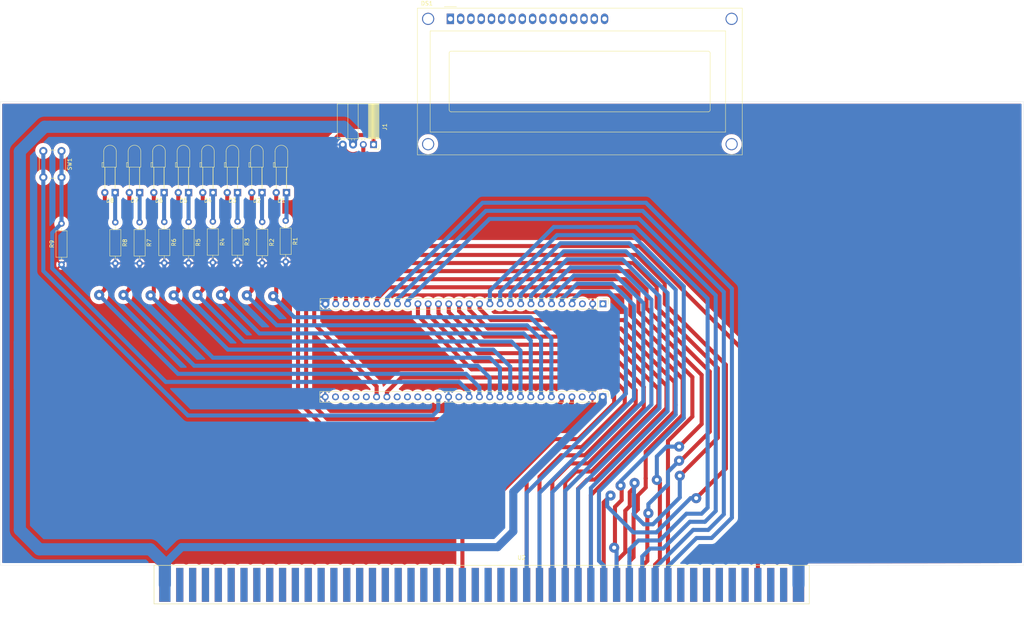
<source format=kicad_pcb>
(kicad_pcb (version 20241229) (generator "pcbnew") (generator_version "9.0")
  (layers (0 "F.Cu" signal) (2 "B.Cu" signal) (13 "F.Paste" user) (15 "B.Paste" user) (5 "F.SilkS" user "F.Silkscreen") (7 "B.SilkS" user "B.Silkscreen") (1 "F.Mask" user) (3 "B.Mask" user) (25 "Edge.Cuts" user))
  (net 0 "")
  (net 1 "GND")
  (net 2 "Net-(U1A-9)")
  (net 3 "Net-(U1A-22)")
  (net 5 "Net-(U1A-23)")
  (net 6 "Net-(U1A-13)")
  (net 7 "Net-(U1A-12)")
  (net 8 "Net-(D4-A)")
  (net 9 "Net-(U1A-21)")
  (net 10 "Net-(U1A-8)")
  (net 11 "Net-(U1A-30{slash}A14)")
  (net 13 "Net-(U1A-6)")
  (net 14 "Net-(U1A-0)")
  (net 15 "Net-(U1A-5)")
  (net 16 "Net-(U1A-31{slash}A13)")
  (net 18 "Net-(U1A-16)")
  (net 20 "Net-(U1A-10)")
  (net 21 "Net-(D6-A)")
  (net 22 "Net-(D5-A)")
  (net 24 "Net-(U1A-17)")
  (net 25 "Net-(U1A-1)")
  (net 26 "Net-(U1A-7)")
  (net 27 "Net-(U1A-19)")
  (net 30 "Net-(D1-A)")
  (net 31 "Net-(U1A-18)")
  (net 32 "Net-(U1A-14)")
  (net 34 "Net-(U1A-11)")
  (net 35 "+5V")
  (net 37 "Net-(D2-A)")
  (net 38 "Net-(D7-A)")
  (net 39 "Net-(U1A-3)")
  (net 40 "Net-(D8-A)")
  (net 42 "Net-(U1A-20)")
  (net 43 "Net-(U1A-15)")
  (net 44 "Net-(U1A-2)")
  (net 45 "Net-(U1A-4)")
  (net 46 "Net-(D3-A)")
  (net 117 "Net-(D8-K)")
  (net 118 "Net-(D1-K)")
  (net 119 "Net-(D2-K)")
  (net 120 "Net-(D3-K)")
  (net 121 "Net-(D4-K)")
  (net 122 "Net-(D5-K)")
  (net 123 "Net-(D6-K)")
  (net 124 "Net-(D7-K)")
  (net 125 "Net-(U1A-36{slash}A8)")
  (net 142 "+3.3V")
  (net 143 "Net-(J1-Pin_1)")
  (net 144 "Net-(J1-Pin_2)")
  (footprint "Resistor_THT:R_Axial_DIN0207_L6.3mm_D2.5mm_P10.16mm_Horizontal" (layer "F.Cu") (at 60.70142 67.7193 -90)
    (property "Reference" "R6")
    (property "Value" "670")
  )
  (footprint "Resistor_THT:R_Axial_DIN0207_L6.3mm_D2.5mm_P10.16mm_Horizontal" (layer "F.Cu") (at 84.90142 67.7193 -90)
    (property "Reference" "R2")
    (property "Value" "670")
  )
  (footprint "LED_THT:LED_D3.0mm_Horizontal_O6.35mm_Z10.0mm" (layer "F.Cu") (at 60.65142 60.4743 180)
    (property "Reference" "D6")
    (property "Value" "LED")
  )
  (footprint "Resistor_THT:R_Axial_DIN0207_L6.3mm_D2.5mm_P10.16mm_Horizontal" (layer "F.Cu") (at 66.70142 67.7193 -90)
    (property "Reference" "R5")
    (property "Value" "670")
  )
  (footprint "Connector_PinSocket_2.54mm:PinSocket_1x04_P2.54mm_Horizontal" (layer "F.Cu") (at 112.42142 48.5993 -90)
    (property "Reference" "J1")
    (property "Value" "Conn_01x04_Male")
  )
  (footprint "Display:WC1602A" (layer "F.Cu") (at 131.40052 17.4993)
    (property "Reference" "DS1")
    (property "Value" "WC1602A")
  )
  (footprint "S_Connectors:s100" (layer "F.Cu") (at 58.172863 162.1983)
    (property "Reference" "U2")
    (property "Value" "~" (hide yes))
  )
  (footprint "Resistor_THT:R_Axial_DIN0207_L6.3mm_D2.5mm_P10.16mm_Horizontal" (layer "F.Cu") (at 78.80142 67.6193 -90)
    (property "Reference" "R3")
    (property "Value" "670")
  )
  (footprint "fubarino:fubarino_sd" (layer "F.Cu") (at 168.102863 88.3993 -90)
    (property "Reference" "U1" (hide yes))
    (property "Value" "fubarino_sd")
  )
  (footprint "Resistor_THT:R_Axial_DIN0207_L6.3mm_D2.5mm_P10.16mm_Horizontal" (layer "F.Cu") (at 72.70142 67.6193 -90)
    (property "Reference" "R4")
    (property "Value" "670")
  )
  (footprint "LED_THT:LED_D3.0mm_Horizontal_O6.35mm_Z10.0mm" (layer "F.Cu") (at 84.85142 60.4743 180)
    (property "Reference" "D2")
    (property "Value" "LED")
  )
  (footprint "Resistor_THT:R_Axial_DIN0207_L6.3mm_D2.5mm_P10.16mm_Horizontal" (layer "F.Cu") (at 48.60142 67.8193 -90)
    (property "Reference" "R8")
    (property "Value" "670")
  )
  (footprint "LED_THT:LED_D3.0mm_Horizontal_O6.35mm_Z10.0mm" (layer "F.Cu") (at 90.90142 60.4743 180)
    (property "Reference" "D1")
    (property "Value" "LED")
  )
  (footprint "LED_THT:LED_D3.0mm_Horizontal_O6.35mm_Z10.0mm" (layer "F.Cu") (at 66.70142 60.4743 180)
    (property "Reference" "D5")
    (property "Value" "LED")
  )
  (footprint "LED_THT:LED_D3.0mm_Horizontal_O6.35mm_Z10.0mm" (layer "F.Cu") (at 54.60142 60.4743 180)
    (property "Reference" "D7")
    (property "Value" "LED")
  )
  (footprint "Resistor_THT:R_Axial_DIN0207_L6.3mm_D2.5mm_P10.16mm_Horizontal" (layer "F.Cu") (at 35.30142 78.2793 90)
    (property "Reference" "R9")
    (property "Value" "1000")
  )
  (footprint "Resistor_THT:R_Axial_DIN0207_L6.3mm_D2.5mm_P10.16mm_Horizontal" (layer "F.Cu") (at 90.70142 67.4193 -90)
    (property "Reference" "R1")
    (property "Value" "670")
  )
  (footprint "Resistor_THT:R_Axial_DIN0207_L6.3mm_D2.5mm_P10.16mm_Horizontal" (layer "F.Cu") (at 54.60142 67.8193 -90)
    (property "Reference" "R7")
    (property "Value" "670")
  )
  (footprint "LED_THT:LED_D3.0mm_Horizontal_O6.35mm_Z10.0mm" (layer "F.Cu") (at 72.75142 60.4743 180)
    (property "Reference" "D4")
    (property "Value" "LED")
  )
  (footprint "Button_Switch_THT:SW_PUSH_6mm_H5mm" (layer "F.Cu") (at 35.30142 50.1993 -90)
    (property "Reference" "SW1")
    (property "Value" "SW_Push")
  )
  (footprint "LED_THT:LED_D3.0mm_Horizontal_O6.35mm_Z10.0mm" (layer "F.Cu") (at 78.80142 60.4743 180)
    (property "Reference" "D3")
    (property "Value" "LED")
  )
  (footprint "LED_THT:LED_D3.0mm_Horizontal_O6.35mm_Z10.0mm" (layer "F.Cu") (at 48.55142 60.4743 180)
    (property "Reference" "D8")
    (property "Value" "LED")
  )
  (gr_line (start 220.047863 152.6993) (end 220.047863 162.1993) (stroke (width 0.05)) (layer "Edge.Cuts"))
  (gr_line (start 20.147863 152.5993) (end 20.147863 37.9993) (stroke (width 0.05)) (layer "Edge.Cuts"))
  (gr_line (start 58.147863 152.5993) (end 58.147863 162.1993) (stroke (width 0.05)) (layer "Edge.Cuts"))
  (gr_line (start 58.147863 162.1993) (end 220.047863 162.1993) (stroke (width 0.05)) (layer "Edge.Cuts"))
  (gr_line (start 58.147863 152.5993) (end 20.147863 152.5993) (stroke (width 0.05)) (layer "Edge.Cuts"))
  (gr_line (start 220.047863 152.6993) (end 273.147863 152.5993) (stroke (width 0.05)) (layer "Edge.Cuts"))
  (gr_line (start 273.147863 152.5993) (end 273.047863 37.9993) (stroke (width 0.05)) (layer "Edge.Cuts"))
  (gr_line (start 20.147863 37.9993) (end 273.047863 37.9993) (stroke (width 0.05)) (layer "Edge.Cuts"))
  (segment (start 56.25142 82.1493) (end 49.95142 82.1493) (width 2) (layer "B.Cu") (net 1))
  (segment (start 179.5246 58.0993) (end 126.80142 58.0993) (width 3) (layer "B.Cu") (net 1))
  (segment (start 126.80142 58.0993) (end 107.40142 58.0993) (width 3) (layer "B.Cu") (net 1))
  (segment (start 75.15142 82.1493) (end 68.75142 82.1493) (width 2) (layer "B.Cu") (net 1))
  (segment (start 124.384863 60.4873) (end 124.41342 60.4873) (width 2) (layer "B.Cu") (net 1))
  (segment (start 75.15142 82.1493) (end 72.70142 79.6993) (width 1) (layer "B.Cu") (net 1))
  (segment (start 107.40142 58.0993) (end 104.80142 55.4993) (width 3) (layer "B.Cu") (net 1))
  (segment (start 217.430863 96.005563) (end 179.5246 58.0993) (width 3) (layer "B.Cu") (net 1))
  (segment (start 84.90142 79.3993) (end 84.90142 77.8793) (width 1) (layer "B.Cu") (net 1))
  (segment (start 81.15142 82.1493) (end 75.15142 82.1493) (width 2) (layer "B.Cu") (net 1))
  (segment (start 72.70142 79.6993) (end 72.70142 77.7793) (width 1) (layer "B.Cu") (net 1))
  (segment (start 68.75142 82.1493) (end 66.70142 80.0993) (width 1) (layer "B.Cu") (net 1))
  (segment (start 62.85142 82.1493) (end 60.70142 79.9993) (width 1) (layer "B.Cu") (net 1))
  (segment (start 62.85142 82.1493) (end 56.25142 82.1493) (width 2) (layer "B.Cu") (net 1))
  (segment (start 90.70142 82.1493) (end 102.722863 82.1493) (width 2) (layer "B.Cu") (net 1))
  (segment (start 124.41342 60.4873) (end 126.80142 58.0993) (width 2) (layer "B.Cu") (net 1))
  (segment (start 90.70142 77.5793) (end 90.70142 82.1493) (width 1) (layer "B.Cu") (net 1))
  (segment (start 81.15142 82.1493) (end 78.80142 79.7993) (width 1) (layer "B.Cu") (net 1))
  (segment (start 56.25142 82.1493) (end 54.60142 80.4993) (width 1) (layer "B.Cu") (net 1))
  (segment (start 124.384863 60.4873) (end 112.087142 72.785022) (width 2) (layer "B.Cu") (net 1))
  (segment (start 217.430863 157.4993) (end 217.430863 96.005563) (width 3) (layer "B.Cu") (net 1))
  (segment (start 60.70142 79.9993) (end 60.70142 77.8793) (width 1) (layer "B.Cu") (net 1))
  (segment (start 112.087142 72.785022) (end 103.122863 81.7493) (width 2) (layer "B.Cu") (net 1))
  (segment (start 48.60142 80.7993) (end 48.60142 77.9793) (width 1) (layer "B.Cu") (net 1))
  (segment (start 90.70142 82.1493) (end 87.65142 82.1493) (width 2) (layer "B.Cu") (net 1))
  (segment (start 104.80142 48.5993) (end 104.80142 51.1993) (width 2) (layer "B.Cu") (net 1))
  (segment (start 87.65142 82.1493) (end 84.90142 79.3993) (width 1) (layer "B.Cu") (net 1))
  (segment (start 87.65142 82.1493) (end 81.15142 82.1493) (width 2) (layer "B.Cu") (net 1))
  (segment (start 102.722863 82.1493) (end 103.122863 81.7493) (width 1) (layer "B.Cu") (net 1))
  (segment (start 54.60142 80.4993) (end 54.60142 77.9793) (width 1) (layer "B.Cu") (net 1))
  (segment (start 100.522863 84.3493) (end 100.522863 87.9993) (width 2) (layer "B.Cu") (net 1))
  (segment (start 49.95142 82.1493) (end 48.60142 80.7993) (width 1) (layer "B.Cu") (net 1))
  (segment (start 104.80142 55.4993) (end 104.80142 51.1993) (width 3) (layer "B.Cu") (net 1))
  (segment (start 66.70142 80.0993) (end 66.70142 77.8793) (width 1) (layer "B.Cu") (net 1))
  (segment (start 38.747156 82.1493) (end 35.30142 78.703564) (width 1) (layer "B.Cu") (net 1))
  (segment (start 78.80142 79.7993) (end 78.80142 77.7793) (width 1) (layer "B.Cu") (net 1))
  (segment (start 103.122863 81.7493) (end 100.522863 84.3493) (width 2) (layer "B.Cu") (net 1))
  (segment (start 102.422863 82.4493) (end 103.122863 81.7493) (width 1) (layer "B.Cu") (net 1))
  (segment (start 35.30142 78.703564) (end 35.30142 78.2793) (width 1) (layer "B.Cu") (net 1))
  (segment (start 68.75142 82.1493) (end 62.85142 82.1493) (width 2) (layer "B.Cu") (net 1))
  (segment (start 49.95142 82.1493) (end 38.747156 82.1493) (width 1) (layer "B.Cu") (net 1))
  (segment (start 188.80142 115.449792) (end 188.80142 106.538333) (width 1) (layer "F.Cu") (net 2))
  (segment (start 179.672863 133.428096) (end 179.672863 131.149092) (width 1) (layer "F.Cu") (net 2))
  (segment (start 177.73059 138.861916) (end 177.73059 135.37037) (width 1) (layer "F.Cu") (net 2))
  (segment (start 176.672863 139.919644) (end 177.73059 138.861916) (width 1) (layer "F.Cu") (net 2))
  (segment (start 141.420785 91.9993) (end 138.622863 89.201379) (width 1) (layer "F.Cu") (net 2))
  (segment (start 179.672863 131.149092) (end 179.671863 131.148092) (width 1) (layer "F.Cu") (net 2))
  (segment (start 179.671863 124.579349) (end 188.80142 115.449792) (width 1) (layer "F.Cu") (net 2))
  (segment (start 188.80142 106.538333) (end 174.262387 91.9993) (width 1) (layer "F.Cu") (net 2))
  (segment (start 175.647863 157.4993) (end 175.647863 151.6733) (width 1) (layer "F.Cu") (net 2))
  (segment (start 174.262387 91.9993) (end 141.420785 91.9993) (width 1) (layer "F.Cu") (net 2))
  (segment (start 175.647863 151.6733) (end 176.672863 150.6483) (width 1) (layer "F.Cu") (net 2))
  (segment (start 179.671863 131.148092) (end 179.671863 124.579349) (width 1) (layer "F.Cu") (net 2))
  (segment (start 177.73059 135.37037) (end 179.672863 133.428096) (width 1) (layer "F.Cu") (net 2))
  (segment (start 176.672863 150.6483) (end 176.672863 139.919644) (width 1) (layer "F.Cu") (net 2))
  (segment (start 138.622863 89.201379) (end 138.622863 87.9993) (width 1) (layer "F.Cu") (net 2))
  (segment (start 113.634259 77.8963) (end 176.529546 77.8963) (width 1) (layer "F.Cu") (net 3))
  (segment (start 172.472863 151.589802) (end 174.623863 149.438802) (width 1) (layer "F.Cu") (net 3))
  (segment (start 105.602863 87.9993) (end 105.602863 85.927695) (width 1) (layer "F.Cu") (net 3))
  (segment (start 176.921863 133.349256) (end 176.921863 132.288594) (width 1) (layer "F.Cu") (net 3))
  (segment (start 176.771757 132.4387) (end 176.921863 132.288594) (width 1) (layer "F.Cu") (net 3))
  (segment (start 182.372863 88.790409) (end 197.50042 103.917966) (width 1) (layer "F.Cu") (net 3))
  (segment (start 105.602863 85.927695) (end 113.634259 77.8963) (width 1) (layer "F.Cu") (net 3))
  (segment (start 172.472863 157.4993) (end 172.472863 151.589802) (width 1) (layer "F.Cu") (net 3))
  (segment (start 175.72959 134.541529) (end 176.921863 133.349256) (width 1) (layer "F.Cu") (net 3))
  (segment (start 182.372863 83.739617) (end 182.372863 88.790409) (width 1) (layer "F.Cu") (net 3))
  (segment (start 175.72959 138.033075) (end 175.72959 134.541529) (width 1) (layer "F.Cu") (net 3))
  (segment (start 197.50042 121.109823) (end 188.091903 130.51834) (width 1) (layer "F.Cu") (net 3))
  (segment (start 188.091903 130.51834) (end 188.313362 130.739799) (width 1) (layer "F.Cu") (net 3))
  (segment (start 176.529546 77.8963) (end 182.372863 83.739617) (width 1) (layer "F.Cu") (net 3))
  (segment (start 174.623863 149.438802) (end 174.623863 139.138802) (width 1) (layer "F.Cu") (net 3))
  (segment (start 197.50042 103.917966) (end 197.50042 121.109823) (width 1) (layer "F.Cu") (net 3))
  (segment (start 174.623863 139.138802) (end 175.72959 138.033075) (width 1) (layer "F.Cu") (net 3))
  (via (at 188.091903 130.51834) (size 2.5) (drill 1) (layers "F.Cu" "B.Cu") (net 3))
  (via (at 176.921863 132.288594) (size 2.5) (drill 1) (layers "F.Cu" "B.Cu") (net 3))
  (segment (start 179.190472 142.510528) (end 176.771757 140.091813) (width 1) (layer "B.Cu") (net 3))
  (segment (start 176.771757 140.091813) (end 176.771757 132.4387) (width 1) (layer "B.Cu") (net 3))
  (segment (start 188.091903 130.51834) (end 188.091903 135.888101) (width 1) (layer "B.Cu") (net 3))
  (segment (start 188.091903 135.888101) (end 181.469476 142.510528) (width 1) (layer "B.Cu") (net 3))
  (segment (start 181.469476 142.510528) (end 179.190472 142.510528) (width 1) (layer "B.Cu") (net 3))
  (segment (start 187.922863 130.68738) (end 188.091903 130.51834) (width 1) (layer "B.Cu") (net 3))
  (segment (start 176.771757 132.4387) (end 176.921863 132.288594) (width 1) (layer "B.Cu") (net 3))
  (segment (start 199.50142 103.089124) (end 199.50142 128.700336) (width 1) (layer "F.Cu") (net 5))
  (segment (start 169.297863 157.4993) (end 169.297863 137.082754) (width 1) (layer "F.Cu") (net 5))
  (segment (start 184.373863 87.961567) (end 199.50142 103.089124) (width 1) (layer "F.Cu") (net 5))
  (segment (start 199.50142 128.700336) (end 192.145286 136.05647) (width 1) (layer "F.Cu") (net 5))
  (segment (start 177.358388 75.8953) (end 184.373863 82.910776) (width 1) (layer "F.Cu") (net 5))
  (segment (start 112.805418 75.8953) (end 177.358388 75.8953) (width 1) (layer "F.Cu") (net 5))
  (segment (start 169.297863 137.082754) (end 170.97759 135.403027) (width 1) (layer "F.Cu") (net 5))
  (segment (start 103.062863 87.9993) (end 103.062863 85.637855) (width 1) (layer "F.Cu") (net 5))
  (segment (start 103.062863 85.637855) (end 112.805418 75.8953) (width 1) (layer "F.Cu") (net 5))
  (segment (start 184.373863 82.910776) (end 184.373863 87.961567) (width 1) (layer "F.Cu") (net 5))
  (via (at 170.97759 135.403027) (size 2.5) (drill 1) (layers "F.Cu" "B.Cu") (net 5))
  (via (at 192.145286 136.05647) (size 2.5) (drill 1) (layers "F.Cu" "B.Cu") (net 5))
  (segment (start 176.605249 144.511528) (end 170.146863 138.053142) (width 1) (layer "B.Cu") (net 5))
  (segment (start 190.753376 136.05647) (end 182.298317 144.511528) (width 1) (layer "B.Cu") (net 5))
  (segment (start 182.298317 144.511528) (end 176.605249 144.511528) (width 1) (layer "B.Cu") (net 5))
  (segment (start 170.146863 138.053142) (end 170.146863 136.233754) (width 1) (layer "B.Cu") (net 5))
  (segment (start 192.145286 136.05647) (end 190.753376 136.05647) (width 1) (layer "B.Cu") (net 5))
  (segment (start 170.146863 136.233754) (end 170.97759 135.403027) (width 1) (layer "B.Cu") (net 5))
  (segment (start 128.462863 90.360745) (end 138.30142 100.1993) (width 1) (layer "F.Cu") (net 6))
  (segment (start 179.20142 108.568173) (end 179.20142 113.730425) (width 1) (layer "F.Cu") (net 6))
  (segment (start 156.597863 131.8743) (end 156.597863 157.4993) (width 1) (layer "F.Cu") (net 6))
  (segment (start 128.462863 87.9993) (end 128.462863 90.360745) (width 1) (layer "F.Cu") (net 6))
  (segment (start 165.480545 127.4513) (end 161.020863 127.4513) (width 1) (layer "F.Cu") (net 6))
  (segment (start 179.20142 113.730425) (end 165.480545 127.4513) (width 1) (layer "F.Cu") (net 6))
  (segment (start 170.832547 100.1993) (end 179.20142 108.568173) (width 1) (layer "F.Cu") (net 6))
  (segment (start 161.020863 127.4513) (end 156.597863 131.8743) (width 1) (layer "F.Cu") (net 6))
  (segment (start 138.30142 100.1993) (end 170.832547 100.1993) (width 1) (layer "F.Cu") (net 6))
  (segment (start 171.874863 98.1013) (end 182.79842 109.024859) (width 1) (layer "F.Cu") (net 7))
  (segment (start 139.033262 98.1013) (end 171.874863 98.1013) (width 1) (layer "F.Cu") (net 7))
  (segment (start 131.002863 90.070903) (end 139.033262 98.1013) (width 1) (layer "F.Cu") (net 7))
  (segment (start 162.419863 129.4523) (end 159.772863 132.0993) (width 1) (layer "F.Cu") (net 7))
  (segment (start 182.79842 109.024859) (end 182.79842 112.963265) (width 1) (layer "F.Cu") (net 7))
  (segment (start 166.309385 129.4523) (end 162.419863 129.4523) (width 1) (layer "F.Cu") (net 7))
  (segment (start 131.002863 87.9993) (end 131.002863 90.070903) (width 1) (layer "F.Cu") (net 7))
  (segment (start 159.772863 132.0993) (end 159.772863 157.4993) (width 1) (layer "F.Cu") (net 7))
  (segment (start 182.79842 112.963265) (end 166.309385 129.4523) (width 1) (layer "F.Cu") (net 7))
  (segment (start 70.21142 84.4893) (end 70.21142 60.4743) (width 1) (layer "F.Cu") (net 8))
  (segment (start 68.90142 85.7993) (end 70.21142 84.4893) (width 1) (layer "F.Cu") (net 8))
  (via (at 68.90142 85.7993) (size 2.5) (drill 1) (layers "F.Cu" "B.Cu") (net 8))
  (segment (start 80.40442 97.3023) (end 68.90142 85.7993) (width 1) (layer "B.Cu") (net 8))
  (segment (start 148.732863 99.5593) (end 146.475863 97.3023) (width 1) (layer "B.Cu") (net 8))
  (segment (start 146.475863 97.3023) (end 80.40442 97.3023) (width 1) (layer "B.Cu") (net 8))
  (segment (start 148.732863 110.9993) (end 148.732863 99.5593) (width 1) (layer "B.Cu") (net 8))
  (segment (start 195.49942 119.612234) (end 195.49942 104.746808) (width 1) (layer "F.Cu") (net 9))
  (segment (start 188.313362 126.798292) (end 195.49942 119.612234) (width 1) (layer "F.Cu") (net 9))
  (segment (start 178.822863 152.819458) (end 178.822863 157.4993) (width 1) (layer "F.Cu") (net 9))
  (segment (start 108.142863 86.217537) (end 108.142863 87.9993) (width 1) (layer "F.Cu") (net 9))
  (segment (start 175.360384 79.8973) (end 114.463099 79.8973) (width 1) (layer "F.Cu") (net 9))
  (segment (start 114.463099 79.8973) (end 108.142863 86.217537) (width 1) (layer "F.Cu") (net 9))
  (segment (start 187.922863 126.798292) (end 188.313362 126.798292) (width 1) (layer "F.Cu") (net 9))
  (segment (start 179.874863 84.411778) (end 175.360384 79.8973) (width 1) (layer "F.Cu") (net 9))
  (segment (start 180.072863 140.016639) (end 180.329974 139.759528) (width 1) (layer "F.Cu") (net 9))
  (segment (start 195.49942 104.746808) (end 179.874863 89.122251) (width 1) (layer "F.Cu") (net 9))
  (segment (start 180.072863 151.569458) (end 180.072863 140.016639) (width 1) (layer "F.Cu") (net 9))
  (segment (start 180.072863 151.569458) (end 178.822863 152.819458) (width 1) (layer "F.Cu") (net 9))
  (segment (start 179.874863 89.122251) (end 179.874863 84.411778) (width 1) (layer "F.Cu") (net 9))
  (segment (start 187.922863 126.798292) (end 188.313362 127.188791) (width 1) (layer "F.Cu") (net 9))
  (via (at 187.922863 126.798292) (size 2.5) (drill 1) (layers "F.Cu" "B.Cu") (net 9))
  (via (at 180.329974 139.759528) (size 2.5) (drill 1) (layers "F.Cu" "B.Cu") (net 9))
  (segment (start 185.173863 129.547292) (end 187.922863 126.798292) (width 1) (layer "B.Cu") (net 9))
  (segment (start 180.329974 137.521777) (end 185.173863 132.677888) (width 1) (layer "B.Cu") (net 9))
  (segment (start 180.329974 139.759528) (end 180.329974 137.521777) (width 1) (layer "B.Cu") (net 9))
  (segment (start 185.173863 132.677888) (end 185.173863 129.547292) (width 1) (layer "B.Cu") (net 9))
  (segment (start 193.472863 139.8993) (end 194.972863 138.3993) (width 1) (layer "B.Cu") (net 10))
  (segment (start 177.859635 146.512528) (end 183.127158 146.512528) (width 1) (layer "B.Cu") (net 10))
  (segment (start 141.162863 84.768331) (end 141.162863 87.9993) (width 1) (layer "B.Cu") (net 10))
  (segment (start 156.939894 68.9913) (end 141.162863 84.768331) (width 1) (layer "B.Cu") (net 10))
  (segment (start 175.647863 157.4993) (end 175.647863 148.7243) (width 1) (layer "B.Cu") (net 10))
  (segment (start 186.128814 143.510873) (end 189.740386 139.8993) (width 1) (layer "B.Cu") (net 10))
  (segment (start 183.127158 146.512528) (end 186.128814 143.510873) (width 1) (layer "B.Cu") (net 10))
  (segment (start 177.243915 68.991302) (end 156.939894 68.9913) (width 1) (layer "B.Cu") (net 10))
  (segment (start 189.740386 139.8993) (end 193.472863 139.8993) (width 1) (layer "B.Cu") (net 10))
  (segment (start 175.647863 148.7243) (end 177.859635 146.512528) (width 1) (layer "B.Cu") (net 10))
  (segment (start 194.972863 86.72025) (end 177.243915 68.991302) (width 1) (layer "B.Cu") (net 10))
  (segment (start 194.972863 138.3993) (end 194.972863 86.72025) (width 1) (layer "B.Cu") (net 10))
  (segment (start 97.75142 86.6493) (end 110.70242 73.6983) (width 1) (layer "F.Cu") (net 11))
  (segment (start 207.397863 103.104933) (end 207.397863 157.4993) (width 1) (layer "F.Cu") (net 11))
  (segment (start 177.99123 73.6983) (end 207.397863 103.104933) (width 1) (layer "F.Cu") (net 11))
  (segment (start 97.75142 92.977858) (end 101.137141 96.363579) (width 1) (layer "F.Cu") (net 11))
  (segment (start 113.172863 110.9993) (end 113.172863 108.3993) (width 1) (layer "F.Cu") (net 11))
  (segment (start 97.75142 86.6493) (end 97.75142 92.977858) (width 1) (layer "F.Cu") (net 11))
  (segment (start 113.172863 108.3993) (end 101.137141 96.363579) (width 1) (layer "F.Cu") (net 11))
  (segment (start 110.70242 73.6983) (end 177.99123 73.6983) (width 1) (layer "F.Cu") (net 11))
  (segment (start 169.297863 152.7243) (end 169.297863 157.4993) (width 1) (layer "B.Cu") (net 13))
  (segment (start 175.586231 72.993301) (end 158.597576 72.9933) (width 1) (layer "B.Cu") (net 13))
  (segment (start 146.242863 85.348013) (end 146.242863 87.9993) (width 1) (layer "B.Cu") (net 13))
  (segment (start 187.077863 112.9993) (end 187.077863 84.484936) (width 1) (layer "B.Cu") (net 13))
  (segment (start 168.123863 151.5503) (end 169.297863 152.7243) (width 1) (layer "B.Cu") (net 13))
  (segment (start 168.123863 134.367665) (end 168.123863 151.5503) (width 1) (layer "B.Cu") (net 13))
  (segment (start 187.077863 115.413667) (end 168.123863 134.367665) (width 1) (layer "B.Cu") (net 13))
  (segment (start 158.597576 72.9933) (end 146.242863 85.348013) (width 1) (layer "B.Cu") (net 13))
  (segment (start 187.077863 112.9993) (end 187.077863 115.413667) (width 1) (layer "B.Cu") (net 13))
  (segment (start 187.077863 84.484936) (end 175.586231 72.993301) (width 1) (layer "B.Cu") (net 13))
  (segment (start 163.698046 84.9993) (end 170.572863 84.9993) (width 1) (layer "B.Cu") (net 14))
  (segment (start 174.772863 89.1993) (end 174.772863 110.1993) (width 1) (layer "B.Cu") (net 14))
  (segment (start 170.572863 84.9993) (end 174.772863 89.1993) (width 1) (layer "B.Cu") (net 14))
  (segment (start 161.482863 87.9993) (end 161.482863 87.214483) (width 1) (layer "B.Cu") (net 14))
  (segment (start 161.482863 87.214483) (end 163.698046 84.9993) (width 1) (layer "B.Cu") (net 14))
  (segment (start 150.247863 134.7243) (end 150.247863 157.4993) (width 1) (layer "B.Cu") (net 14))
  (segment (start 174.772863 110.1993) (end 150.247863 134.7243) (width 1) (layer "B.Cu") (net 14))
  (segment (start 166.122863 133.538823) (end 185.076863 114.584825) (width 1) (layer "B.Cu") (net 15))
  (segment (start 185.076863 114.584825) (end 185.076863 85.313777) (width 1) (layer "B.Cu") (net 15))
  (segment (start 148.782863 85.637854) (end 148.782863 87.9993) (width 1) (layer "B.Cu") (net 15))
  (segment (start 166.122863 157.4993) (end 166.122863 133.538823) (width 1) (layer "B.Cu") (net 15))
  (segment (start 185.076863 85.313777) (end 174.75739 74.994301) (width 1) (layer "B.Cu") (net 15))
  (segment (start 159.426418 74.9943) (end 148.782863 85.637854) (width 1) (layer "B.Cu") (net 15))
  (segment (start 174.75739 74.994301) (end 159.426418 74.9943) (width 1) (layer "B.Cu") (net 15))
  (segment (start 171.872221 112.5701) (end 162.994021 121.4483) (width 1) (layer "F.Cu") (net 16))
  (segment (start 115.712863 110.9993) (end 115.712863 109.797219) (width 1) (layer "F.Cu") (net 16))
  (segment (start 162.994021 121.4483) (end 157.094021 121.4483) (width 1) (layer "F.Cu") (net 16))
  (segment (start 115.712863 109.797219) (end 119.307782 106.2023) (width 1) (layer "F.Cu") (net 16))
  (segment (start 134.372863 144.169458) (end 134.372863 157.4993) (width 1) (layer "F.Cu") (net 16))
  (segment (start 119.307782 106.2023) (end 168.346021 106.2023) (width 1) (layer "F.Cu") (net 16))
  (segment (start 157.094021 121.4483) (end 134.372863 144.169458) (width 1) (layer "F.Cu") (net 16))
  (segment (start 168.346021 106.2023) (end 171.872221 109.7285) (width 1) (layer "F.Cu") (net 16))
  (segment (start 171.872221 109.7285) (end 171.872221 112.5701) (width 1) (layer "F.Cu") (net 16))
  (segment (start 178.822863 150.4493) (end 178.822863 157.4993) (width 1) (layer "B.Cu") (net 18))
  (segment (start 180.758635 148.513528) (end 178.822863 150.4493) (width 1) (layer "B.Cu") (net 18))
  (segment (start 178.072755 66.9903) (end 196.973863 85.891409) (width 1) (layer "B.Cu") (net 18))
  (segment (start 141.067046 66.9903) (end 178.072755 66.9903) (width 1) (layer "B.Cu") (net 18))
  (segment (start 194.301704 141.9003) (end 190.569227 141.9003) (width 1) (layer "B.Cu") (net 18))
  (segment (start 183.955999 148.513528) (end 180.758635 148.513528) (width 1) (layer "B.Cu") (net 18))
  (segment (start 190.569227 141.9003) (end 183.955999 148.513528) (width 1) (layer "B.Cu") (net 18))
  (segment (start 120.842863 87.214483) (end 141.067046 66.9903) (width 1) (layer "B.Cu") (net 18))
  (segment (start 120.842863 87.9993) (end 120.842863 87.214483) (width 1) (layer "B.Cu") (net 18))
  (segment (start 196.973863 85.891409) (end 196.973863 139.228142) (width 1) (layer "B.Cu") (net 18))
  (segment (start 196.973863 139.228142) (end 194.301704 141.9003) (width 1) (layer "B.Cu") (net 18))
  (segment (start 186.80042 107.367175) (end 186.80042 114.620949) (width 1) (layer "F.Cu") (net 20))
  (segment (start 166.122863 135.298507) (end 166.122863 157.4993) (width 1) (layer "F.Cu") (net 20))
  (segment (start 136.082863 89.491221) (end 140.690944 94.0993) (width 1) (layer "F.Cu") (net 20))
  (segment (start 140.690944 94.0993) (end 173.532547 94.0993) (width 1) (layer "F.Cu") (net 20))
  (segment (start 136.082863 87.9993) (end 136.082863 89.491221) (width 1) (layer "F.Cu") (net 20))
  (segment (start 186.80042 114.620949) (end 166.122863 135.298507) (width 1) (layer "F.Cu") (net 20))
  (segment (start 173.532547 94.0993) (end 186.80042 107.367175) (width 1) (layer "F.Cu") (net 20))
  (segment (start 57.30142 85.8993) (end 58.11142 85.0893) (width 1) (layer "F.Cu") (net 21))
  (segment (start 58.11142 85.0893) (end 58.11142 60.4743) (width 1) (layer "F.Cu") (net 21))
  (via (at 57.30142 85.8993) (size 2.5) (drill 1) (layers "F.Cu" "B.Cu") (net 21))
  (segment (start 143.652863 110.9993) (end 143.652863 103.809142) (width 1) (layer "B.Cu") (net 21))
  (segment (start 141.148021 101.3043) (end 72.70642 101.3043) (width 1) (layer "B.Cu") (net 21))
  (segment (start 72.70642 101.3043) (end 57.30142 85.8993) (width 1) (layer "B.Cu") (net 21))
  (segment (start 143.652863 103.809142) (end 141.148021 101.3043) (width 1) (layer "B.Cu") (net 21))
  (segment (start 63.00142 85.8993) (end 64.16142 84.7393) (width 1) (layer "F.Cu") (net 22))
  (segment (start 64.16142 84.7393) (end 64.16142 60.4743) (width 1) (layer "F.Cu") (net 22))
  (via (at 63.00142 85.8993) (size 2.5) (drill 1) (layers "F.Cu" "B.Cu") (net 22))
  (segment (start 141.976863 99.3033) (end 76.40542 99.3033) (width 1) (layer "B.Cu") (net 22))
  (segment (start 76.40542 99.3033) (end 63.00142 85.8993) (width 1) (layer "B.Cu") (net 22))
  (segment (start 146.192863 110.9993) (end 146.192863 103.5193) (width 1) (layer "B.Cu") (net 22))
  (segment (start 146.192863 103.5193) (end 141.976863 99.3033) (width 1) (layer "B.Cu") (net 22))
  (segment (start 118.302863 86.8693) (end 118.302863 87.9993) (width 1) (layer "B.Cu") (net 24))
  (segment (start 140.182863 64.9893) (end 118.302863 86.8693) (width 1) (layer "B.Cu") (net 24))
  (segment (start 181.997863 153.301506) (end 191.398069 143.9013) (width 1) (layer "B.Cu") (net 24))
  (segment (start 198.974863 140.056983) (end 198.974863 85.062567) (width 1) (layer "B.Cu") (net 24))
  (segment (start 195.130545 143.9013) (end 198.974863 140.056983) (width 1) (layer "B.Cu") (net 24))
  (segment (start 181.997863 157.4993) (end 181.997863 153.301506) (width 1) (layer "B.Cu") (net 24))
  (segment (start 191.398069 143.9013) (end 195.130545 143.9013) (width 1) (layer "B.Cu") (net 24))
  (segment (start 198.974863 85.062567) (end 178.901596 64.9893) (width 1) (layer "B.Cu") (net 24))
  (segment (start 178.901596 64.9893) (end 140.182863 64.9893) (width 1) (layer "B.Cu") (net 24))
  (segment (start 158.942863 86.797219) (end 162.741782 82.9983) (width 1) (layer "B.Cu") (net 25))
  (segment (start 158.942863 87.9993) (end 158.942863 86.797219) (width 1) (layer "B.Cu") (net 25))
  (segment (start 176.773863 88.370459) (end 176.773863 111.3983) (width 1) (layer "B.Cu") (net 25))
  (segment (start 171.401705 82.9983) (end 176.773863 88.370459) (width 1) (layer "B.Cu") (net 25))
  (segment (start 162.741782 82.9983) (end 171.401705 82.9983) (width 1) (layer "B.Cu") (net 25))
  (segment (start 153.422863 134.7493) (end 153.422863 157.4993) (width 1) (layer "B.Cu") (net 25))
  (segment (start 176.773863 111.3983) (end 153.422863 134.7493) (width 1) (layer "B.Cu") (net 25))
  (segment (start 172.072863 138.198256) (end 173.72859 136.542529) (width 1) (layer "F.Cu") (net 26))
  (segment (start 172.072863 148.0993) (end 172.072863 138.198256) (width 1) (layer "F.Cu") (net 26))
  (segment (start 173.72859 133.204275) (end 173.452466 132.928151) (width 1) (layer "F.Cu") (net 26))
  (segment (start 171.872863 148.2993) (end 172.072863 148.0993) (width 1) (layer "F.Cu") (net 26))
  (segment (start 173.72859 136.542529) (end 173.72859 133.204275) (width 1) (layer "F.Cu") (net 26))
  (via (at 171.872863 148.2993) (size 2.5) (drill 1) (layers "F.Cu" "B.Cu") (net 26))
  (via (at 173.452466 132.928151) (size 2.5) (drill 1) (layers "F.Cu" "B.Cu") (net 26))
  (segment (start 173.452466 131.868904) (end 173.452466 132.928151) (width 1) (layer "B.Cu") (net 26))
  (segment (start 143.702863 87.9993) (end 143.702863 85.058172) (width 1) (layer "B.Cu") (net 26))
  (segment (start 143.702863 85.058172) (end 157.768735 70.9923) (width 1) (layer "B.Cu") (net 26))
  (segment (start 189.078863 83.656095) (end 189.078863 116.242509) (width 1) (layer "B.Cu") (net 26))
  (segment (start 157.768735 70.9923) (end 176.415073 70.992302) (width 1) (layer "B.Cu") (net 26))
  (segment (start 172.472863 148.8993) (end 172.472863 157.4993) (width 1) (layer "B.Cu") (net 26))
  (segment (start 171.872863 148.2993) (end 172.472863 148.8993) (width 1) (layer "B.Cu") (net 26))
  (segment (start 176.415073 70.992302) (end 189.078863 83.656095) (width 1) (layer "B.Cu") (net 26))
  (segment (start 189.078863 116.242509) (end 173.452466 131.868904) (width 1) (layer "B.Cu") (net 26))
  (segment (start 175.872863 90.779934) (end 191.20142 106.108491) (width 1) (layer "F.Cu") (net 27))
  (segment (start 173.702702 83.8993) (end 175.872863 86.069461) (width 1) (layer "F.Cu") (net 27))
  (segment (start 113.222863 87.9993) (end 113.222863 86.797219) (width 1) (layer "F.Cu") (net 27))
  (segment (start 185.172863 121.90819) (end 185.172863 157.4993) (width 1) (layer "F.Cu") (net 27))
  (segment (start 113.222863 86.797219) (end 116.120782 83.8993) (width 1) (layer "F.Cu") (net 27))
  (segment (start 191.20142 115.879633) (end 185.172863 121.90819) (width 1) (layer "F.Cu") (net 27))
  (segment (start 116.120782 83.8993) (end 173.702702 83.8993) (width 1) (layer "F.Cu") (net 27))
  (segment (start 191.20142 106.108491) (end 191.20142 115.879633) (width 1) (layer "F.Cu") (net 27))
  (segment (start 175.872863 86.069461) (end 175.872863 90.779934) (width 1) (layer "F.Cu") (net 27))
  (segment (start 87.60142 86.0993) (end 88.36142 85.3393) (width 1) (layer "F.Cu") (net 30))
  (segment (start 88.36142 85.3393) (end 88.36142 60.4743) (width 1) (layer "F.Cu") (net 30))
  (via (at 87.60142 86.0993) (size 2.5) (drill 1) (layers "F.Cu" "B.Cu") (net 30))
  (segment (start 92.80142 91.2993) (end 87.60142 86.0993) (width 1) (layer "B.Cu") (net 30))
  (segment (start 156.352863 96.4793) (end 151.172863 91.2993) (width 1) (layer "B.Cu") (net 30))
  (segment (start 156.352863 110.9993) (end 156.352863 96.4793) (width 1) (layer "B.Cu") (net 30))
  (segment (start 151.172863 91.2993) (end 92.80142 91.2993) (width 1) (layer "B.Cu") (net 30))
  (segment (start 139.354021 62.9883) (end 115.762863 86.579458) (width 1) (layer "B.Cu") (net 31))
  (segment (start 185.172863 152.956346) (end 192.226911 145.9023) (width 1) (layer "B.Cu") (net 31))
  (segment (start 115.762863 86.579458) (end 115.762863 87.9993) (width 1) (layer "B.Cu") (net 31))
  (segment (start 179.730437 62.9883) (end 139.354021 62.9883) (width 1) (layer "B.Cu") (net 31))
  (segment (start 200.975863 140.885824) (end 200.975863 84.233725) (width 1) (layer "B.Cu") (net 31))
  (segment (start 185.172863 157.4993) (end 185.172863 152.956346) (width 1) (layer "B.Cu") (net 31))
  (segment (start 195.959386 145.9023) (end 200.975863 140.885824) (width 1) (layer "B.Cu") (net 31))
  (segment (start 192.226911 145.9023) (end 195.959386 145.9023) (width 1) (layer "B.Cu") (net 31))
  (segment (start 200.975863 84.233725) (end 179.730437 62.9883) (width 1) (layer "B.Cu") (net 31))
  (segment (start 177.20042 109.397015) (end 177.20042 112.901584) (width 1) (layer "F.Cu") (net 32))
  (segment (start 177.20042 112.901584) (end 164.651704 125.4503) (width 1) (layer "F.Cu") (net 32))
  (segment (start 153.422863 130.779142) (end 153.422863 157.4993) (width 1) (layer "F.Cu") (net 32))
  (segment (start 164.651704 125.4503) (end 158.751705 125.4503) (width 1) (layer "F.Cu") (net 32))
  (segment (start 125.922863 87.9993) (end 125.922863 90.650585) (width 1) (layer "F.Cu") (net 32))
  (segment (start 170.003705 102.2003) (end 177.20042 109.397015) (width 1) (layer "F.Cu") (net 32))
  (segment (start 137.472579 102.2003) (end 170.003705 102.2003) (width 1) (layer "F.Cu") (net 32))
  (segment (start 158.751705 125.4503) (end 153.422863 130.779142) (width 1) (layer "F.Cu") (net 32))
  (segment (start 125.922863 90.650585) (end 137.472579 102.2003) (width 1) (layer "F.Cu") (net 32))
  (segment (start 133.542863 89.781062) (end 139.862103 96.1003) (width 1) (layer "F.Cu") (net 34))
  (segment (start 167.138227 131.4533) (end 165.218863 131.4533) (width 1) (layer "F.Cu") (net 34))
  (segment (start 184.79942 108.196017) (end 184.79942 113.792107) (width 1) (layer "F.Cu") (net 34))
  (segment (start 184.79942 113.792107) (end 167.138227 131.4533) (width 1) (layer "F.Cu") (net 34))
  (segment (start 162.947863 133.7243) (end 162.947863 157.4993) (width 1) (layer "F.Cu") (net 34))
  (segment (start 139.862103 96.1003) (end 172.703705 96.1003) (width 1) (layer "F.Cu") (net 34))
  (segment (start 133.542863 87.9993) (end 133.542863 89.781062) (width 1) (layer "F.Cu") (net 34))
  (segment (start 165.218863 131.4533) (end 162.947863 133.7243) (width 1) (layer "F.Cu") (net 34))
  (segment (start 172.703705 96.1003) (end 184.79942 108.196017) (width 1) (layer "F.Cu") (net 34))
  (segment (start 146.95142 144.285571) (end 146.95142 134.488952) (width 2) (layer "B.Cu") (net 35))
  (segment (start 105.00142 44.1993) (end 107.34142 46.5393) (width 3) (layer "B.Cu") (net 35))
  (segment (start 107.34142 46.5393) (end 107.34142 48.5993) (width 2) (layer "B.Cu") (net 35))
  (segment (start 64.983861 148.164302) (end 143.072689 148.164302) (width 2) (layer "B.Cu") (net 35))
  (segment (start 57.230863 148.6993) (end 60.839863 152.3083) (width 3) (layer "B.Cu") (net 35))
  (segment (start 25.00142 50.2993) (end 31.10142 44.1993) (width 3) (layer "B.Cu") (net 35))
  (segment (start 60.839863 152.3083) (end 60.839863 157.4993) (width 3) (layer "B.Cu") (net 35))
  (segment (start 146.95142 134.488952) (end 169.052863 112.387509) (width 2) (layer "B.Cu") (net 35))
  (segment (start 31.10142 44.1993) (end 32.557365 44.1993) (width 3) (layer "B.Cu") (net 35))
  (segment (start 25.00142 97.4993) (end 25.00142 50.2993) (width 3) (layer "B.Cu") (net 35))
  (segment (start 169.052863 112.387509) (end 169.052863 110.9993) (width 2) (layer "B.Cu") (net 35))
  (segment (start 29.80142 148.6993) (end 57.230863 148.6993) (width 3) (layer "B.Cu") (net 35))
  (segment (start 25.00142 143.8993) (end 29.80142 148.6993) (width 3) (layer "B.Cu") (net 35))
  (segment (start 143.072689 148.164302) (end 146.95142 144.285571) (width 2) (layer "B.Cu") (net 35))
  (segment (start 32.557365 44.1993) (end 105.00142 44.1993) (width 3) (layer "B.Cu") (net 35))
  (segment (start 25.00142 97.4993) (end 25.00142 143.8993) (width 3) (layer "B.Cu") (net 35))
  (segment (start 60.839863 152.3083) (end 64.983861 148.164302) (width 2) (layer "B.Cu") (net 35))
  (segment (start 25.00142 108.7993) (end 25.00142 97.4993) (width 3) (layer "B.Cu") (net 35))
  (segment (start 81.10142 85.8993) (end 82.31142 84.6893) (width 1) (layer "F.Cu") (net 37))
  (segment (start 82.31142 84.6893) (end 82.31142 60.4743) (width 1) (layer "F.Cu") (net 37))
  (via (at 81.10142 85.8993) (size 2.5) (drill 1) (layers "F.Cu" "B.Cu") (net 37))
  (segment (start 88.50242 93.3003) (end 81.10142 85.8993) (width 1) (layer "B.Cu") (net 37))
  (segment (start 153.812863 110.9993) (end 153.812863 96.769142) (width 1) (layer "B.Cu") (net 37))
  (segment (start 153.812863 96.769142) (end 150.344021 93.3003) (width 1) (layer "B.Cu") (net 37))
  (segment (start 150.344021 93.3003) (end 88.50242 93.3003) (width 1) (layer "B.Cu") (net 37))
  (segment (start 52.06142 84.3393) (end 52.06142 60.4743) (width 1) (layer "F.Cu") (net 38))
  (segment (start 50.60142 85.7993) (end 52.06142 84.3393) (width 1) (layer "F.Cu") (net 38))
  (via (at 50.60142 85.7993) (size 2.5) (drill 1) (layers "F.Cu" "B.Cu") (net 38))
  (segment (start 138.172863 103.3053) (end 68.10742 103.3053) (width 1) (layer "B.Cu") (net 38))
  (segment (start 141.112863 110.9993) (end 141.112863 106.2453) (width 1) (layer "B.Cu") (net 38))
  (segment (start 141.112863 106.2453) (end 138.172863 103.3053) (width 1) (layer "B.Cu") (net 38))
  (segment (start 68.10742 103.3053) (end 50.60142 85.7993) (width 1) (layer "B.Cu") (net 38))
  (segment (start 170.000704 124.0013) (end 159.772863 134.229142) (width 1) (layer "B.Cu") (net 39))
  (segment (start 153.862863 87.9993) (end 153.862863 86.217537) (width 1) (layer "B.Cu") (net 39))
  (segment (start 181.074863 86.971459) (end 181.074863 112.927142) (width 1) (layer "B.Cu") (net 39))
  (segment (start 173.099705 78.9963) (end 181.074863 86.971459) (width 1) (layer "B.Cu") (net 39))
  (segment (start 159.772863 134.229142) (end 159.772863 157.4993) (width 1) (layer "B.Cu") (net 39))
  (segment (start 181.074863 112.927142) (end 170.000704 124.0013) (width 1) (layer "B.Cu") (net 39))
  (segment (start 153.862863 86.217537) (end 161.0841 78.9963) (width 1) (layer "B.Cu") (net 39))
  (segment (start 161.0841 78.9963) (end 173.099705 78.9963) (width 1) (layer "B.Cu") (net 39))
  (segment (start 46.01142 84.3893) (end 46.01142 60.4743) (width 1) (layer "F.Cu") (net 40))
  (segment (start 44.60142 85.7993) (end 46.01142 84.3893) (width 1) (layer "F.Cu") (net 40))
  (via (at 44.60142 85.7993) (size 2.5) (drill 1) (layers "F.Cu" "B.Cu") (net 40))
  (segment (start 135.265863 105.3063) (end 64.10842 105.3063) (width 1) (layer "B.Cu") (net 40))
  (segment (start 64.10842 105.3063) (end 44.60142 85.7993) (width 1) (layer "B.Cu") (net 40))
  (segment (start 138.572863 110.9993) (end 138.572863 108.6133) (width 1) (layer "B.Cu") (net 40))
  (segment (start 138.572863 108.6133) (end 135.265863 105.3063) (width 1) (layer "B.Cu") (net 40))
  (segment (start 110.682863 87.9993) (end 110.682863 86.507378) (width 1) (layer "F.Cu") (net 42))
  (segment (start 183.171863 151.3003) (end 183.171863 132.287386) (width 1) (layer "F.Cu") (net 42))
  (segment (start 193.49842 117.722732) (end 187.922863 123.298289) (width 1) (layer "F.Cu") (net 42))
  (segment (start 181.997863 157.4993) (end 181.997863 152.4743) (width 1) (layer "F.Cu") (net 42))
  (segment (start 183.171863 132.287386) (end 182.422863 131.538386) (width 1) (layer "F.Cu") (net 42))
  (segment (start 177.873863 85.24062) (end 177.873863 89.951093) (width 1) (layer "F.Cu") (net 42))
  (segment (start 193.49842 105.57565) (end 193.49842 117.722732) (width 1) (layer "F.Cu") (net 42))
  (segment (start 174.531543 81.8983) (end 177.873863 85.24062) (width 1) (layer "F.Cu") (net 42))
  (segment (start 177.873863 89.951093) (end 193.49842 105.57565) (width 1) (layer "F.Cu") (net 42))
  (segment (start 181.997863 152.4743) (end 183.171863 151.3003) (width 1) (layer "F.Cu") (net 42))
  (segment (start 110.682863 86.507378) (end 115.291941 81.8983) (width 1) (layer "F.Cu") (net 42))
  (segment (start 115.291941 81.8983) (end 174.531543 81.8983) (width 1) (layer "F.Cu") (net 42))
  (via (at 187.922863 123.298289) (size 2.5) (drill 1) (layers "F.Cu" "B.Cu") (net 42))
  (via (at 182.422863 131.538386) (size 2.5) (drill 1) (layers "F.Cu" "B.Cu") (net 42))
  (segment (start 182.422863 125.72835) (end 182.422863 131.538386) (width 1) (layer "B.Cu") (net 42))
  (segment (start 181.972863 131.988386) (end 182.422863 131.538386) (width 1) (layer "B.Cu") (net 42))
  (segment (start 187.922863 123.298289) (end 184.852924 123.298289) (width 1) (layer "B.Cu") (net 42))
  (segment (start 184.852924 123.298289) (end 182.422863 125.72835) (width 1) (layer "B.Cu") (net 42))
  (segment (start 150.247863 131.1243) (end 150.247863 157.4993) (width 1) (layer "F.Cu") (net 43))
  (segment (start 163.822863 123.4493) (end 157.922863 123.4493) (width 1) (layer "F.Cu") (net 43))
  (segment (start 136.643736 104.2013) (end 169.174863 104.2013) (width 1) (layer "F.Cu") (net 43))
  (segment (start 157.922863 123.4493) (end 150.247863 131.1243) (width 1) (layer "F.Cu") (net 43))
  (segment (start 169.174863 104.2013) (end 174.50142 109.527857) (width 1) (layer "F.Cu") (net 43))
  (segment (start 123.382863 90.940427) (end 136.643736 104.2013) (width 1) (layer "F.Cu") (net 43))
  (segment (start 123.382863 87.9993) (end 123.382863 90.940427) (width 1) (layer "F.Cu") (net 43))
  (segment (start 174.50142 109.527857) (end 174.50142 112.770743) (width 1) (layer "F.Cu") (net 43))
  (segment (start 174.50142 112.770743) (end 163.822863 123.4493) (width 1) (layer "F.Cu") (net 43))
  (segment (start 156.597863 134.5743) (end 179.073863 112.0983) (width 1) (layer "B.Cu") (net 44))
  (segment (start 156.597863 157.4993) (end 156.597863 134.5743) (width 1) (layer "B.Cu") (net 44))
  (segment (start 156.402863 86.507377) (end 156.402863 87.9993) (width 1) (layer "B.Cu") (net 44))
  (segment (start 172.270863 80.9973) (end 161.912941 80.9973) (width 1) (layer "B.Cu") (net 44))
  (segment (start 179.073863 87.8003) (end 172.270863 80.9973) (width 1) (layer "B.Cu") (net 44))
  (segment (start 179.073863 112.0983) (end 179.073863 87.8003) (width 1) (layer "B.Cu") (net 44))
  (segment (start 161.912941 80.9973) (end 156.402863 86.507377) (width 1) (layer "B.Cu") (net 44))
  (segment (start 183.075863 86.142618) (end 183.075863 113.755984) (width 1) (layer "B.Cu") (net 45))
  (segment (start 183.075863 113.755984) (end 170.829545 126.0023) (width 1) (layer "B.Cu") (net 45))
  (segment (start 160.255259 76.9953) (end 173.928547 76.9953) (width 1) (layer "B.Cu") (net 45))
  (segment (start 170.829545 126.002302) (end 162.947863 133.883984) (width 1) (layer "B.Cu") (net 45))
  (segment (start 162.947863 133.883984) (end 162.947863 157.4993) (width 1) (layer "B.Cu") (net 45))
  (segment (start 151.322863 87.9993) (end 151.322863 85.927695) (width 1) (layer "B.Cu") (net 45))
  (segment (start 170.829545 126.0023) (end 170.829545 126.002302) (width 1) (layer "B.Cu") (net 45))
  (segment (start 173.928547 76.9953) (end 183.075863 86.142618) (width 1) (layer "B.Cu") (net 45))
  (segment (start 151.322863 85.927695) (end 160.255259 76.9953) (width 1) (layer "B.Cu") (net 45))
  (segment (start 74.70142 85.7993) (end 76.26142 84.2393) (width 1) (layer "F.Cu") (net 46))
  (segment (start 76.26142 84.2393) (end 76.26142 60.4743) (width 1) (layer "F.Cu") (net 46))
  (via (at 74.70142 85.7993) (size 2.5) (drill 1) (layers "F.Cu" "B.Cu") (net 46))
  (segment (start 151.272863 97.058984) (end 149.515179 95.3013) (width 1) (layer "B.Cu") (net 46))
  (segment (start 151.272863 110.9993) (end 151.272863 97.058984) (width 1) (layer "B.Cu") (net 46))
  (segment (start 84.20342 95.3013) (end 74.70142 85.7993) (width 1) (layer "B.Cu") (net 46))
  (segment (start 149.515179 95.3013) (end 84.20342 95.3013) (width 1) (layer "B.Cu") (net 46))
  (segment (start 48.55142 67.7693) (end 48.60142 67.8193) (width 1) (layer "B.Cu") (net 117))
  (segment (start 48.55142 60.4743) (end 48.55142 67.7693) (width 1) (layer "B.Cu") (net 117))
  (segment (start 90.90142 60.4743) (end 90.90142 67.2193) (width 1) (layer "B.Cu") (net 118))
  (segment (start 90.90142 67.2193) (end 90.70142 67.4193) (width 1) (layer "B.Cu") (net 118))
  (segment (start 84.85142 67.6693) (end 84.90142 67.7193) (width 1) (layer "B.Cu") (net 119))
  (segment (start 84.85142 60.4743) (end 84.85142 67.6693) (width 1) (layer "B.Cu") (net 119))
  (segment (start 78.80142 60.4743) (end 78.80142 67.6193) (width 1) (layer "B.Cu") (net 120))
  (segment (start 72.75142 60.4743) (end 72.75142 67.5693) (width 1) (layer "B.Cu") (net 121))
  (segment (start 72.75142 67.5693) (end 72.70142 67.6193) (width 1) (layer "B.Cu") (net 121))
  (segment (start 66.70142 60.4743) (end 66.70142 67.7193) (width 1) (layer "B.Cu") (net 122))
  (segment (start 60.65142 60.4743) (end 60.65142 67.6693) (width 1) (layer "B.Cu") (net 123))
  (segment (start 60.65142 67.6693) (end 60.70142 67.7193) (width 1) (layer "B.Cu") (net 123))
  (segment (start 54.60142 60.4743) (end 54.60142 67.8193) (width 1) (layer "B.Cu") (net 124))
  (segment (start 133.542944 107.3073) (end 136.032863 109.797219) (width 1) (layer "B.Cu") (net 125))
  (segment (start 35.30142 50.1993) (end 35.30142 56.6993) (width 1) (layer "B.Cu") (net 125))
  (segment (start 136.032863 109.797219) (end 136.032863 110.9993) (width 1) (layer "B.Cu") (net 125))
  (segment (start 35.30142 68.1193) (end 33.00042 70.4203) (width 1) (layer "B.Cu") (net 125))
  (segment (start 33.00042 79.232406) (end 61.075314 107.3073) (width 1) (layer "B.Cu") (net 125))
  (segment (start 35.30142 56.6993) (end 35.30142 68.1193) (width 1) (layer "B.Cu") (net 125))
  (segment (start 61.075314 107.3073) (end 133.542944 107.3073) (width 1) (layer "B.Cu") (net 125))
  (segment (start 33.00042 70.4203) (end 33.00042 79.232406) (width 1) (layer "B.Cu") (net 125))
  (segment (start 127.10142 115.5993) (end 128.412863 114.287857) (width 1) (layer "B.Cu") (net 142))
  (segment (start 128.412863 114.287857) (end 128.412863 110.9993) (width 1) (layer "B.Cu") (net 142))
  (segment (start 66.537473 115.5993) (end 127.10142 115.5993) (width 1) (layer "B.Cu") (net 142))
  (segment (start 30.80142 56.6993) (end 30.80142 79.863247) (width 1) (layer "B.Cu") (net 142))
  (segment (start 30.80142 79.863247) (end 66.537473 115.5993) (width 1) (layer "B.Cu") (net 142))
  (segment (start 30.80142 50.1993) (end 30.80142 56.6993) (width 1) (layer "B.Cu") (net 142))
  (segment (start 112.42142 46.7493) (end 111.92042 46.2483) (width 1) (layer "F.Cu") (net 143))
  (segment (start 111.92042 46.2483) (end 103.827603 46.2483) (width 1) (layer "F.Cu") (net 143))
  (segment (start 93.74942 84.991618) (end 93.74942 112.077142) (width 1) (layer "F.Cu") (net 143))
  (segment (start 93.74942 112.077142) (end 100.172579 118.5003) (width 1) (layer "F.Cu") (net 143))
  (segment (start 155.423786 118.5003) (end 161.432863 112.491223) (width 1) (layer "F.Cu") (net 143))
  (segment (start 102.45042 47.625483) (end 102.45042 76.290618) (width 1) (layer "F.Cu") (net 143))
  (segment (start 161.432863 112.491223) (end 161.432863 110.9993) (width 1) (layer "F.Cu") (net 143))
  (segment (start 102.45042 76.290618) (end 93.74942 84.991618) (width 1) (layer "F.Cu") (net 143))
  (segment (start 103.827603 46.2483) (end 102.45042 47.625483) (width 1) (layer "F.Cu") (net 143))
  (segment (start 112.42142 48.5993) (end 112.42142 46.7493) (width 1) (layer "F.Cu") (net 143))
  (segment (start 100.172579 118.5003) (end 155.423786 118.5003) (width 1) (layer "F.Cu") (net 143))
  (segment (start 95.75042 85.820459) (end 95.75042 111.2483) (width 1) (layer "F.Cu") (net 144))
  (segment (start 101.00142 116.4993) (end 154.594944 116.4993) (width 1) (layer "F.Cu") (net 144))
  (segment (start 158.892863 112.201381) (end 158.892863 110.9993) (width 1) (layer "F.Cu") (net 144))
  (segment (start 154.594944 116.4993) (end 158.892863 112.201381) (width 1) (layer "F.Cu") (net 144))
  (segment (start 95.75042 111.2483) (end 101.00142 116.4993) (width 1) (layer "F.Cu") (net 144))
  (segment (start 109.88142 48.5993) (end 109.88142 71.689459) (width 1) (layer "F.Cu") (net 144))
  (segment (start 109.88142 71.689459) (end 95.75042 85.820459) (width 1) (layer "F.Cu") (net 144))
  (zone (net 1) (net_name "GND") (layers "F.Cu" "B.Cu") (connect_pads (clearance 0)) (min_thickness 0.35) (fill yes (thermal_gap 0.5) (thermal_bridge_width 0.5))
    (polygon (pts (xy 20.30142 38.0993) (xy 272.90142 38.1993) (xy 273.10142 152.6993) (xy 20.40142 152.3993) (xy 20.40142 38.0993)))
  )
)
</source>
